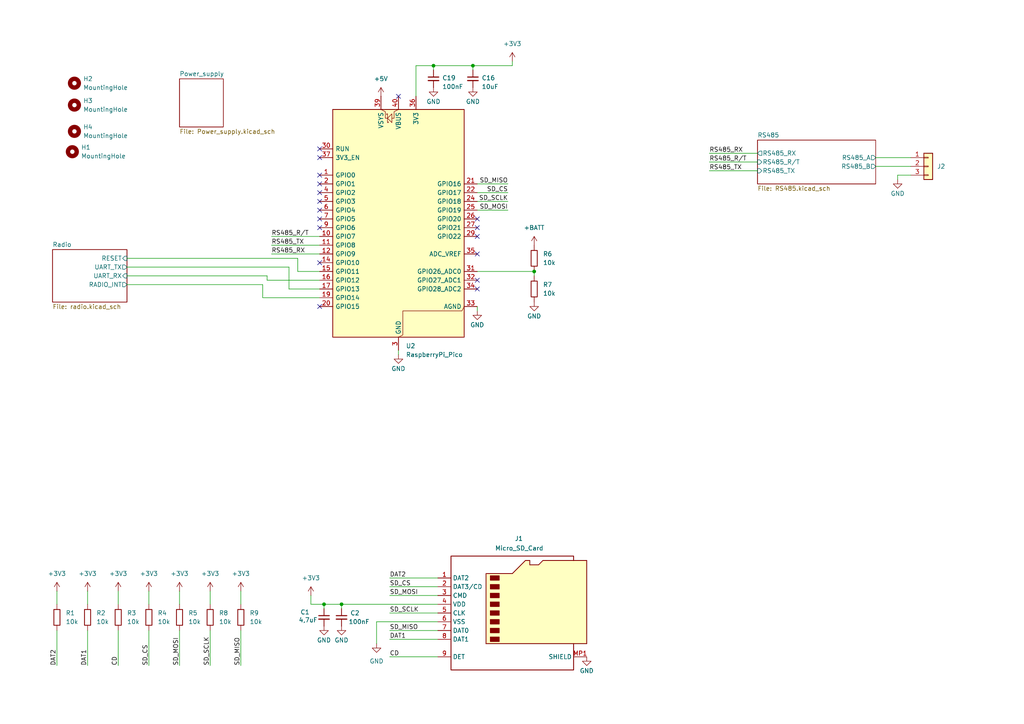
<source format=kicad_sch>
(kicad_sch (version 20250114) (generator "eeschema") (generator_version "9.0")
  (paper "A4")
  (lib_symbols
    (symbol "+5V_1" (power) (pin_numbers (hide yes)) (pin_names (offset 0) (hide yes))
      (property "Value" "+5V" (at 0 3.556 0))
      (symbol "+5V_1_0_1"
        (polyline (pts (xy -0.762 1.27) (xy 0 2.54)))
        (polyline (pts (xy 0 2.54) (xy 0.762 1.27)))
        (polyline (pts (xy 0 0) (xy 0 2.54)))
      )
      (symbol "+5V_1_1_1"
        (pin power_in line (at 0 0 90) (length 0) (name "~") (number "1"))
      )
    )
    (symbol "Connector:Micro_SD_Card_Det1"
      (property "Reference" "J4" (at 0.635 21.59 0))
      (property "Value" "Micro_SD_Card_Det1" (at 0.635 19.05 0))
      (symbol "Micro_SD_Card_Det1_0_1"
        (polyline (pts (xy -8.89 -8.89) (xy -8.89 11.43) (xy -1.27 11.43) (xy 2.54 15.24) (xy 3.81 15.24) (xy 3.81 13.97) (xy 6.35 13.97) (xy 7.62 15.24) (xy 20.32 15.24) (xy 20.32 -8.89) (xy -8.89 -8.89)) (stroke (width 0.254)) (fill (type background)))
        (rectangle (start -7.62 10.795) (end -5.08 9.525) (stroke (width 0.254)) (fill (type outline)))
        (rectangle (start -7.62 8.255) (end -5.08 6.985) (stroke (width 0.254)) (fill (type outline)))
        (rectangle (start -7.62 5.715) (end -5.08 4.445) (stroke (width 0.254)) (fill (type outline)))
        (rectangle (start -7.62 3.175) (end -5.08 1.905) (stroke (width 0.254)) (fill (type outline)))
        (rectangle (start -7.62 0.635) (end -5.08 -0.635) (stroke (width 0.254)) (fill (type outline)))
        (rectangle (start -7.62 -1.905) (end -5.08 -3.175) (stroke (width 0.254)) (fill (type outline)))
        (rectangle (start -7.62 -4.445) (end -5.08 -5.715) (stroke (width 0.254)) (fill (type outline)))
        (rectangle (start -7.62 -6.985) (end -5.08 -8.255) (stroke (width 0.254)) (fill (type outline)))
        (polyline (pts (xy 16.51 15.24) (xy 16.51 16.51) (xy -19.05 16.51) (xy -19.05 -16.51) (xy 16.51 -16.51) (xy 16.51 -8.89)) (stroke (width 0.254)))
      )
      (symbol "Micro_SD_Card_Det1_1_1"
        (pin bidirectional line (at -22.86 10.16 0) (length 3.81) (name "DAT2") (number "1"))
        (pin bidirectional line (at -22.86 7.62 0) (length 3.81) (name "DAT3/CD") (number "2"))
        (pin input line (at -22.86 5.08 0) (length 3.81) (name "CMD") (number "3"))
        (pin power_in line (at -22.86 2.54 0) (length 3.81) (name "VDD") (number "4"))
        (pin input line (at -22.86 0 0) (length 3.81) (name "CLK") (number "5"))
        (pin power_in line (at -22.86 -2.54 0) (length 3.81) (name "VSS") (number "6"))
        (pin bidirectional line (at -22.86 -5.08 0) (length 3.81) (name "DAT0") (number "7"))
        (pin bidirectional line (at -22.86 -7.62 0) (length 3.81) (name "DAT1") (number "8"))
        (pin passive line (at -22.86 -12.7 0) (length 3.81) (name "DET") (number "9"))
        (pin passive line (at 20.32 -12.7 180) (length 3.81) (name "SHIELD") (number "MP1"))
        (pin passive line (at 20.32 -12.7 180) (length 3.81) (hide yes) (name "SHIELD") (number "MP2"))
        (pin passive line (at 20.32 -12.7 180) (length 3.81) (hide yes) (name "SHIELD") (number "MP3"))
        (pin passive line (at 20.32 -12.7 180) (length 3.81) (hide yes) (name "SHIELD") (number "MP4"))
      )
    )
    (symbol "Connector_Generic:Conn_01x03" (pin_names (offset 1.016) (hide yes))
      (property "Reference" "J" (at 0 5.08 0))
      (property "Value" "Conn_01x03" (at 0 -5.08 0))
      (symbol "Conn_01x03_1_1"
        (rectangle (start -1.27 3.81) (end 1.27 -3.81) (stroke (width 0.254)) (fill (type background)))
        (rectangle (start -1.27 2.667) (end 0 2.413) (stroke (width 0.1524)))
        (rectangle (start -1.27 0.127) (end 0 -0.127) (stroke (width 0.1524)))
        (rectangle (start -1.27 -2.413) (end 0 -2.667) (stroke (width 0.1524)))
        (pin passive line (at -5.08 2.54 0) (length 3.81) (name "Pin_1") (number "1"))
        (pin passive line (at -5.08 0 0) (length 3.81) (name "Pin_2") (number "2"))
        (pin passive line (at -5.08 -2.54 0) (length 3.81) (name "Pin_3") (number "3"))
      )
    )
    (symbol "Device:C_Small" (pin_numbers (hide yes)) (pin_names (offset 0.254) (hide yes))
      (property "Reference" "C" (at 0.254 1.778 0))
      (property "Value" "C_Small" (at 0.254 -2.032 0))
      (symbol "C_Small_0_1"
        (polyline (pts (xy -1.524 0.508) (xy 1.524 0.508)) (stroke (width 0.3048)))
        (polyline (pts (xy -1.524 -0.508) (xy 1.524 -0.508)) (stroke (width 0.3302)))
      )
      (symbol "C_Small_1_1"
        (pin passive line (at 0 2.54 270) (length 2.032) (name "~") (number "1"))
        (pin passive line (at 0 -2.54 90) (length 2.032) (name "~") (number "2"))
      )
    )
    (symbol "MCU_Module:RaspberryPi_Pico" (pin_names (offset 0.762))
      (property "Reference" "A" (at -19.05 35.56 0))
      (property "Value" "RaspberryPi_Pico" (at 7.62 35.56 0))
      (symbol "RaspberryPi_Pico_0_1"
        (rectangle (start -19.05 34.29) (end 19.05 -31.75) (stroke (width 0.254)) (fill (type background)))
        (polyline (pts (xy -5.08 34.29) (xy -3.81 33.655) (xy -3.81 31.75) (xy -3.175 31.75)))
        (polyline (pts (xy -3.429 32.766) (xy -3.429 33.02) (xy -3.175 33.02) (xy -3.175 30.48) (xy -2.921 30.48) (xy -2.921 30.734)))
        (polyline (pts (xy -3.175 31.75) (xy -1.905 33.02) (xy -1.905 30.48) (xy -3.175 31.75)))
        (polyline (pts (xy 0 34.29) (xy -1.27 33.655) (xy -1.27 31.75) (xy -1.905 31.75)))
        (polyline (pts (xy 0 -31.75) (xy 1.27 -31.115) (xy 1.27 -24.13) (xy 18.415 -24.13) (xy 19.05 -22.86)))
      )
      (symbol "RaspberryPi_Pico_1_1"
        (pin passive line (at -22.86 22.86 0) (length 3.81) (name "RUN") (number "30"))
        (pin passive line (at -22.86 20.32 0) (length 3.81) (name "3V3_EN") (number "37"))
        (pin bidirectional line (at -22.86 15.24 0) (length 3.81) (name "GPIO0") (number "1"))
        (pin bidirectional line (at -22.86 12.7 0) (length 3.81) (name "GPIO1") (number "2"))
        (pin bidirectional line (at -22.86 10.16 0) (length 3.81) (name "GPIO2") (number "4"))
        (pin bidirectional line (at -22.86 7.62 0) (length 3.81) (name "GPIO3") (number "5"))
        (pin bidirectional line (at -22.86 5.08 0) (length 3.81) (name "GPIO4") (number "6"))
        (pin bidirectional line (at -22.86 2.54 0) (length 3.81) (name "GPIO5") (number "7"))
        (pin bidirectional line (at -22.86 0 0) (length 3.81) (name "GPIO6") (number "9"))
        (pin bidirectional line (at -22.86 -2.54 0) (length 3.81) (name "GPIO7") (number "10"))
        (pin bidirectional line (at -22.86 -5.08 0) (length 3.81) (name "GPIO8") (number "11"))
        (pin bidirectional line (at -22.86 -7.62 0) (length 3.81) (name "GPIO9") (number "12"))
        (pin bidirectional line (at -22.86 -10.16 0) (length 3.81) (name "GPIO10") (number "14"))
        (pin bidirectional line (at -22.86 -12.7 0) (length 3.81) (name "GPIO11") (number "15"))
        (pin bidirectional line (at -22.86 -15.24 0) (length 3.81) (name "GPIO12") (number "16"))
        (pin bidirectional line (at -22.86 -17.78 0) (length 3.81) (name "GPIO13") (number "17"))
        (pin bidirectional line (at -22.86 -20.32 0) (length 3.81) (name "GPIO14") (number "19"))
        (pin bidirectional line (at -22.86 -22.86 0) (length 3.81) (name "GPIO15") (number "20"))
        (pin power_in line (at -5.08 38.1 270) (length 3.81) (name "VSYS") (number "39"))
        (pin power_out line (at 0 38.1 270) (length 3.81) (name "VBUS") (number "40"))
        (pin passive line (at 0 -35.56 90) (length 3.81) (hide yes) (name "GND") (number "13"))
        (pin passive line (at 0 -35.56 90) (length 3.81) (hide yes) (name "GND") (number "18"))
        (pin passive line (at 0 -35.56 90) (length 3.81) (hide yes) (name "GND") (number "23"))
        (pin passive line (at 0 -35.56 90) (length 3.81) (hide yes) (name "GND") (number "28"))
        (pin power_out line (at 0 -35.56 90) (length 3.81) (name "GND") (number "3"))
        (pin passive line (at 0 -35.56 90) (length 3.81) (hide yes) (name "GND") (number "38"))
        (pin passive line (at 0 -35.56 90) (length 3.81) (hide yes) (name "GND") (number "8"))
        (pin power_out line (at 5.08 38.1 270) (length 3.81) (name "3V3") (number "36"))
        (pin bidirectional line (at 22.86 12.7 180) (length 3.81) (name "GPIO16") (number "21"))
        (pin bidirectional line (at 22.86 10.16 180) (length 3.81) (name "GPIO17") (number "22"))
        (pin bidirectional line (at 22.86 7.62 180) (length 3.81) (name "GPIO18") (number "24"))
        (pin bidirectional line (at 22.86 5.08 180) (length 3.81) (name "GPIO19") (number "25"))
        (pin bidirectional line (at 22.86 2.54 180) (length 3.81) (name "GPIO20") (number "26"))
        (pin bidirectional line (at 22.86 0 180) (length 3.81) (name "GPIO21") (number "27"))
        (pin bidirectional line (at 22.86 -2.54 180) (length 3.81) (name "GPIO22") (number "29"))
        (pin power_in line (at 22.86 -7.62 180) (length 3.81) (name "ADC_VREF") (number "35"))
        (pin bidirectional line (at 22.86 -12.7 180) (length 3.81) (name "GPIO26_ADC0") (number "31"))
        (pin bidirectional line (at 22.86 -15.24 180) (length 3.81) (name "GPIO27_ADC1") (number "32"))
        (pin bidirectional line (at 22.86 -17.78 180) (length 3.81) (name "GPIO28_ADC2") (number "34"))
        (pin power_out line (at 22.86 -22.86 180) (length 3.81) (name "AGND") (number "33"))
      )
    )
    (symbol "Mechanical:MountingHole" (pin_names (offset 1.016)) (exclude_from_sim yes) (in_bom no)
      (property "Reference" "H" (at 0 5.08 0))
      (property "Value" "MountingHole" (at 0 3.175 0))
      (symbol "MountingHole_0_1"
        (circle (center 0 0) (radius 1.27) (stroke (width 1.27)))
      )
    )
    (symbol "PCM_SL_Resistors:Resistor"
      (property "Reference" "R" (at 0 5.08 0))
      (property "Value" "Resistor" (at 0 2.54 0))
      (symbol "Resistor_0_1"
        (rectangle (start -2.286 0.889) (end 2.286 -0.889) (stroke (width 0.24)))
      )
      (symbol "Resistor_1_1"
        (pin passive line (at -3.81 0 0) (length 1.5) (name "") (number "1"))
        (pin passive line (at 3.81 0 180) (length 1.5) (name "~") (number "2"))
      )
    )
    (symbol "power:+3V3" (power) (pin_numbers (hide yes)) (pin_names (offset 0) (hide yes))
      (property "Value" "+3V3" (at 0 3.556 0))
      (symbol "+3V3_0_1"
        (polyline (pts (xy -0.762 1.27) (xy 0 2.54)))
        (polyline (pts (xy 0 2.54) (xy 0.762 1.27)))
        (polyline (pts (xy 0 0) (xy 0 2.54)))
      )
      (symbol "+3V3_1_1"
        (pin power_in line (at 0 0 90) (length 0) (name "~") (number "1"))
      )
    )
    (symbol "power:+BATT" (power) (pin_numbers (hide yes)) (pin_names (offset 0) (hide yes))
      (property "Value" "+BATT" (at 0 3.556 0))
      (symbol "+BATT_0_1"
        (polyline (pts (xy -0.762 1.27) (xy 0 2.54)))
        (polyline (pts (xy 0 2.54) (xy 0.762 1.27)))
        (polyline (pts (xy 0 0) (xy 0 2.54)))
      )
      (symbol "+BATT_1_1"
        (pin power_in line (at 0 0 90) (length 0) (name "~") (number "1"))
      )
    )
    (symbol "power:GND" (power) (pin_names (offset 0))
      (property "Value" "GND" (at 0 -3.81 0))
      (symbol "GND_0_1"
        (polyline (pts (xy 0 0) (xy 0 -1.27) (xy 1.27 -1.27) (xy 0 -2.54) (xy -1.27 -1.27) (xy 0 -1.27)))
      )
      (symbol "GND_1_1"
        (pin power_in line (at 0 0 270) (length 0) (hide yes) (name "GND") (number "1"))
      )
    )
  )
  (junction (at 125.73 19.05))
  (junction (at 137.16 19.05))
  (junction (at 99.06 175.26))
  (junction (at 154.94 78.74))
  (junction (at 93.98 175.26))
  (no_connect (at 92.71 55.88))
  (no_connect (at 138.43 68.58))
  (no_connect (at 138.43 83.82))
  (no_connect (at 92.71 53.34))
  (no_connect (at 138.43 63.5))
  (no_connect (at 92.71 58.42))
  (no_connect (at 92.71 50.8))
  (no_connect (at 92.71 60.96))
  (no_connect (at 92.71 63.5))
  (no_connect (at 138.43 66.04))
  (no_connect (at 92.71 66.04))
  (no_connect (at 138.43 81.28))
  (no_connect (at 92.71 45.72))
  (no_connect (at 115.57 27.94))
  (no_connect (at 92.71 43.18))
  (no_connect (at 92.71 76.2))
  (no_connect (at 138.43 73.66))
  (no_connect (at 92.71 88.9))
  (wire (pts (xy 76.2 86.36) (xy 92.71 86.36)))
  (wire (pts (xy 90.17 172.72) (xy 90.17 175.26)))
  (wire (pts (xy 25.4 171.45) (xy 25.4 175.26)))
  (wire (pts (xy 125.73 19.05) (xy 120.65 19.05)))
  (wire (pts (xy 115.57 102.87) (xy 115.57 101.6)))
  (wire (pts (xy 113.03 167.64) (xy 127 167.64)))
  (wire (pts (xy 113.03 172.72) (xy 127 172.72)))
  (wire (pts (xy 36.83 77.47) (xy 83.82 77.47)))
  (wire (pts (xy 264.16 50.8) (xy 260.35 50.8)))
  (wire (pts (xy 60.96 182.88) (xy 60.96 193.04)))
  (wire (pts (xy 113.03 177.8) (xy 127 177.8)))
  (wire (pts (xy 147.32 53.34) (xy 138.43 53.34)))
  (wire (pts (xy 113.03 170.18) (xy 127 170.18)))
  (wire (pts (xy 154.94 80.01) (xy 154.94 78.74)))
  (wire (pts (xy 120.65 19.05) (xy 120.65 27.94)))
  (wire (pts (xy 83.82 77.47) (xy 83.82 83.82)))
  (wire (pts (xy 69.85 193.04) (xy 69.85 182.88)))
  (wire (pts (xy 25.4 182.88) (xy 25.4 193.04)))
  (wire (pts (xy 78.74 71.12) (xy 92.71 71.12)))
  (wire (pts (xy 148.59 17.78) (xy 148.59 19.05)))
  (wire (pts (xy 138.43 55.88) (xy 147.32 55.88)))
  (wire (pts (xy 16.51 171.45) (xy 16.51 175.26)))
  (wire (pts (xy 138.43 90.17) (xy 138.43 88.9)))
  (wire (pts (xy 43.18 171.45) (xy 43.18 175.26)))
  (wire (pts (xy 205.74 44.45) (xy 219.71 44.45)))
  (wire (pts (xy 254 48.26) (xy 264.16 48.26)))
  (wire (pts (xy 60.96 171.45) (xy 60.96 175.26)))
  (wire (pts (xy 113.03 185.42) (xy 127 185.42)))
  (wire (pts (xy 113.03 182.88) (xy 127 182.88)))
  (wire (pts (xy 99.06 175.26) (xy 93.98 175.26)))
  (wire (pts (xy 76.2 82.55) (xy 76.2 86.36)))
  (wire (pts (xy 52.07 171.45) (xy 52.07 175.26)))
  (wire (pts (xy 109.22 186.69) (xy 109.22 180.34)))
  (wire (pts (xy 77.47 80.01) (xy 36.83 80.01)))
  (wire (pts (xy 138.43 58.42) (xy 147.32 58.42)))
  (wire (pts (xy 137.16 20.32) (xy 137.16 19.05)))
  (wire (pts (xy 138.43 78.74) (xy 154.94 78.74)))
  (wire (pts (xy 16.51 182.88) (xy 16.51 193.04)))
  (wire (pts (xy 148.59 19.05) (xy 137.16 19.05)))
  (wire (pts (xy 69.85 171.45) (xy 69.85 175.26)))
  (wire (pts (xy 127 175.26) (xy 99.06 175.26)))
  (wire (pts (xy 86.36 74.93) (xy 36.83 74.93)))
  (wire (pts (xy 78.74 73.66) (xy 92.71 73.66)))
  (wire (pts (xy 109.22 180.34) (xy 127 180.34)))
  (wire (pts (xy 92.71 78.74) (xy 86.36 78.74)))
  (wire (pts (xy 93.98 175.26) (xy 93.98 176.53)))
  (wire (pts (xy 260.35 50.8) (xy 260.35 52.07)))
  (wire (pts (xy 113.03 190.5) (xy 127 190.5)))
  (wire (pts (xy 125.73 19.05) (xy 137.16 19.05)))
  (wire (pts (xy 43.18 193.04) (xy 43.18 182.88)))
  (wire (pts (xy 125.73 20.32) (xy 125.73 19.05)))
  (wire (pts (xy 90.17 175.26) (xy 93.98 175.26)))
  (wire (pts (xy 254 45.72) (xy 264.16 45.72)))
  (wire (pts (xy 205.74 49.53) (xy 219.71 49.53)))
  (wire (pts (xy 86.36 78.74) (xy 86.36 74.93)))
  (wire (pts (xy 83.82 83.82) (xy 92.71 83.82)))
  (wire (pts (xy 205.74 46.99) (xy 219.71 46.99)))
  (wire (pts (xy 99.06 175.26) (xy 99.06 176.53)))
  (wire (pts (xy 138.43 60.96) (xy 147.32 60.96)))
  (wire (pts (xy 52.07 182.88) (xy 52.07 193.04)))
  (wire (pts (xy 92.71 81.28) (xy 77.47 81.28)))
  (wire (pts (xy 77.47 81.28) (xy 77.47 80.01)))
  (wire (pts (xy 34.29 182.88) (xy 34.29 193.04)))
  (wire (pts (xy 34.29 171.45) (xy 34.29 175.26)))
  (wire (pts (xy 78.74 68.58) (xy 92.71 68.58)))
  (wire (pts (xy 36.83 82.55) (xy 76.2 82.55)))
  (label "SD_CS" (at 147.32 55.88 180))
  (label "RS485_R{slash}T" (at 78.74 68.58 0))
  (label "CD" (at 34.29 193.04 90))
  (label "SD_MOSI" (at 147.32 60.96 180))
  (label "DAT1" (at 113.03 185.42 0))
  (label "SD_MISO" (at 69.85 193.04 90))
  (label "RS485_R{slash}T" (at 205.74 46.99 0))
  (label "RS485_TX" (at 205.74 49.53 0))
  (label "SD_CS" (at 43.18 193.04 90))
  (label "SD_MOSI" (at 52.07 193.04 90))
  (label "SD_CS" (at 113.03 170.18 0))
  (label "SD_SCLK" (at 113.03 177.8 0))
  (label "SD_MISO" (at 147.32 53.34 180))
  (label "SD_SCLK" (at 147.32 58.42 180))
  (label "DAT1" (at 25.4 193.04 90))
  (label "SD_MOSI" (at 113.03 172.72 0))
  (label "DAT2" (at 113.03 167.64 0))
  (label "RS485_RX" (at 205.74 44.45 0))
  (label "DAT2" (at 16.51 193.04 90))
  (label "RS485_TX" (at 78.74 71.12 0))
  (label "CD" (at 113.03 190.5 0))
  (label "SD_SCLK" (at 60.96 193.04 90))
  (label "RS485_RX" (at 78.74 73.66 0))
  (label "SD_MISO" (at 113.03 182.88 0))
  (symbol (lib_id "power:GND") (at 137.16 25.4 0) (unit 1)
    (property "Reference" "#PWR054" (effects (hide yes)))
    (property "Value" "GND" (at 137.16 29.464 0))
    (property "Description" "Power symbol creates a global label with name \"GND\" , ground" (effects (hide yes)))
  )
  (symbol (lib_id "power:GND") (at 115.57 102.87 0) (unit 1)
    (property "Reference" "#PWR06" (effects (hide yes)))
    (property "Value" "GND" (at 117.602 106.934 0) (effects (justify right)))
    (property "Description" "Power symbol creates a global label with name \"GND\" , ground" (effects (hide yes)))
  )
  (symbol (lib_id "Mechanical:MountingHole") (at 21.59 24.13 0) (unit 1) (exclude_from_sim yes) (in_bom no)
    (property "Reference" "H2" (at 24.13 22.8599 0) (effects (justify left)))
    (property "Value" "MountingHole" (at 24.13 25.3999 0) (effects (justify left)))
    (property "Footprint" "MountingHole:MountingHole_3.2mm_M3" (effects (hide yes)))
    (property "Description" "Mounting Hole without connection" (effects (hide yes)))
  )
  (symbol (lib_id "Mechanical:MountingHole") (at 21.59 30.48 0) (unit 1) (exclude_from_sim yes) (in_bom no)
    (property "Reference" "H3" (at 24.13 29.2099 0) (effects (justify left)))
    (property "Value" "MountingHole" (at 24.13 31.7499 0) (effects (justify left)))
    (property "Footprint" "MountingHole:MountingHole_3.2mm_M3" (effects (hide yes)))
    (property "Description" "Mounting Hole without connection" (effects (hide yes)))
  )
  (symbol (lib_id "Connector:Micro_SD_Card_Det1") (at 149.86 177.8 0) (unit 1)
    (property "Reference" "J1" (at 150.495 156.21 0))
    (property "Value" "Micro_SD_Card" (at 150.622 159.004 0))
    (property "Footprint" "footprint_lib:MCSPQ08ASGTR" (effects (hide yes)))
    (property "Datasheet" "https://www.tme.eu/pl/details/mcsp-q-08-a-sg/zlacza-do-kart/adam-tech/mcsp-q-08-a-sg-t-r/" (effects (hide yes)))
    (property "Description" "MCSP-Q-08-A-SG-T/R" (effects (hide yes)))
  )
  (symbol (lib_id "PCM_SL_Resistors:Resistor") (at 52.07 179.07 90) (unit 1)
    (property "Reference" "R5" (at 54.61 177.7999 90) (effects (justify right)))
    (property "Value" "10k" (at 54.61 180.3399 90) (effects (justify right)))
    (property "Footprint" "Resistor_SMD:R_0603_1608Metric_Pad0.98x0.95mm_HandSolder" (effects (hide yes)))
    (property "Description" "1/4W Resistor" (effects (hide yes)))
    (property "LCSC" "C25804" (effects (hide yes)))
  )
  (symbol (lib_id "PCM_SL_Resistors:Resistor") (at 60.96 179.07 90) (unit 1)
    (property "Reference" "R8" (at 63.5 177.7999 90) (effects (justify right)))
    (property "Value" "10k" (at 63.5 180.3399 90) (effects (justify right)))
    (property "Footprint" "Resistor_SMD:R_0603_1608Metric_Pad0.98x0.95mm_HandSolder" (effects (hide yes)))
    (property "Description" "1/4W Resistor" (effects (hide yes)))
    (property "LCSC" "C25804" (effects (hide yes)))
  )
  (symbol (lib_id "power:GND") (at 260.35 52.07 0) (unit 1)
    (property "Reference" "#PWR017" (effects (hide yes)))
    (property "Value" "GND" (at 260.35 56.134 0))
    (property "Description" "Power symbol creates a global label with name \"GND\" , ground" (effects (hide yes)))
  )
  (symbol (lib_id "PCM_SL_Resistors:Resistor") (at 154.94 74.93 90) (unit 1)
    (property "Reference" "R6" (at 157.48 73.6599 90) (effects (justify right)))
    (property "Value" "10k" (at 157.48 76.1999 90) (effects (justify right)))
    (property "Footprint" "Resistor_SMD:R_0603_1608Metric_Pad0.98x0.95mm_HandSolder" (effects (hide yes)))
    (property "Description" "1/4W Resistor" (effects (hide yes)))
    (property "LCSC" "C25804" (effects (hide yes)))
  )
  (symbol (lib_id "Device:C_Small") (at 125.73 22.86 0) (unit 1)
    (property "Reference" "C19" (at 128.27 22.606 0) (effects (justify left)))
    (property "Value" "100nF" (at 128.27 25.146 0) (effects (justify left)))
    (property "Footprint" "Capacitor_SMD:C_0603_1608Metric_Pad1.08x0.95mm_HandSolder" (effects (hide yes)))
    (property "Description" "Unpolarized capacitor, small symbol" (effects (hide yes)))
  )
  (symbol (lib_name "+5V_1") (lib_id "power:+5V") (at 110.49 27.94 0) (unit 1)
    (property "Reference" "#PWR039" (effects (hide yes)))
    (property "Value" "+5V" (at 110.49 22.86 0))
    (property "Description" "Power symbol creates a global label with name \"+5V\"" (effects (hide yes)))
  )
  (symbol (lib_id "power:GND") (at 170.18 190.5 0) (unit 1)
    (property "Reference" "#PWR016" (effects (hide yes)))
    (property "Value" "GND" (at 172.212 194.564 0) (effects (justify right)))
    (property "Description" "Power symbol creates a global label with name \"GND\" , ground" (effects (hide yes)))
  )
  (symbol (lib_id "Device:C_Small") (at 99.06 179.07 0) (unit 1)
    (property "Reference" "C2" (at 101.6 177.8062 0) (effects (justify left)))
    (property "Value" "100nF" (at 101.092 180.34 0) (effects (justify left)))
    (property "Footprint" "Capacitor_SMD:C_0603_1608Metric_Pad1.08x0.95mm_HandSolder" (effects (hide yes)))
    (property "Description" "Unpolarized capacitor, small symbol" (effects (hide yes)))
    (property "LCSC" "C14663" (effects (hide yes)))
  )
  (symbol (lib_id "PCM_SL_Resistors:Resistor") (at 154.94 83.82 90) (unit 1)
    (property "Reference" "R7" (at 157.48 82.5499 90) (effects (justify right)))
    (property "Value" "10k" (at 157.48 85.0899 90) (effects (justify right)))
    (property "Footprint" "Resistor_SMD:R_0603_1608Metric_Pad0.98x0.95mm_HandSolder" (effects (hide yes)))
    (property "Description" "1/4W Resistor" (effects (hide yes)))
    (property "LCSC" "C25804" (effects (hide yes)))
  )
  (symbol (lib_id "power:+3V3") (at 52.07 171.45 0) (unit 1)
    (property "Reference" "#PWR011" (effects (hide yes)))
    (property "Value" "+3V3" (at 52.07 166.37 0))
    (property "Description" "Power symbol creates a global label with name \"+3V3\"" (effects (hide yes)))
  )
  (symbol (lib_id "PCM_SL_Resistors:Resistor") (at 25.4 179.07 90) (unit 1)
    (property "Reference" "R2" (at 27.94 177.7999 90) (effects (justify right)))
    (property "Value" "10k" (at 27.94 180.3399 90) (effects (justify right)))
    (property "Footprint" "Resistor_SMD:R_0603_1608Metric_Pad0.98x0.95mm_HandSolder" (effects (hide yes)))
    (property "Description" "1/4W Resistor" (effects (hide yes)))
    (property "LCSC" "C25804" (effects (hide yes)))
  )
  (symbol (lib_id "PCM_SL_Resistors:Resistor") (at 43.18 179.07 90) (unit 1)
    (property "Reference" "R4" (at 45.72 177.7999 90) (effects (justify right)))
    (property "Value" "10k" (at 45.72 180.3399 90) (effects (justify right)))
    (property "Footprint" "Resistor_SMD:R_0603_1608Metric_Pad0.98x0.95mm_HandSolder" (effects (hide yes)))
    (property "Description" "1/4W Resistor" (effects (hide yes)))
    (property "LCSC" "C25804" (effects (hide yes)))
  )
  (symbol (lib_id "power:+3V3") (at 69.85 171.45 0) (unit 1)
    (property "Reference" "#PWR015" (effects (hide yes)))
    (property "Value" "+3V3" (at 69.85 166.37 0))
    (property "Description" "Power symbol creates a global label with name \"+3V3\"" (effects (hide yes)))
  )
  (symbol (lib_id "power:GND") (at 99.06 181.61 0) (unit 1)
    (property "Reference" "#PWR03" (effects (hide yes)))
    (property "Value" "GND" (at 101.092 185.674 0) (effects (justify right)))
    (property "Description" "Power symbol creates a global label with name \"GND\" , ground" (effects (hide yes)))
  )
  (symbol (lib_id "MCU_Module:RaspberryPi_Pico") (at 115.57 66.04 0) (unit 1)
    (property "Reference" "U2" (at 117.7133 100.33 0) (effects (justify left)))
    (property "Value" "RaspberryPi_Pico" (at 117.7133 102.87 0) (effects (justify left)))
    (property "Footprint" "Module:RaspberryPi_Pico_Common_Unspecified" (effects (hide yes)))
    (property "Datasheet" "https://datasheets.raspberrypi.com/pico/pico-datasheet.pdf" (effects (hide yes)))
    (property "Description" "Versatile and inexpensive microcontroller module powered by RP2040 dual-core Arm Cortex-M0+ processor up to 133 MHz, 264kB SRAM, 2MB QSPI flash; also supports Raspberry Pi Pico 2" (effects (hide yes)))
  )
  (symbol (lib_id "Mechanical:MountingHole") (at 21.59 38.1 0) (unit 1) (exclude_from_sim yes) (in_bom no)
    (property "Reference" "H4" (at 24.13 36.8299 0) (effects (justify left)))
    (property "Value" "MountingHole" (at 24.13 39.3699 0) (effects (justify left)))
    (property "Footprint" "MountingHole:MountingHole_3.2mm_M3" (effects (hide yes)))
    (property "Description" "Mounting Hole without connection" (effects (hide yes)))
  )
  (symbol (lib_id "Connector_Generic:Conn_01x03") (at 269.24 48.26 0) (unit 1)
    (property "Reference" "J2" (at 271.78 48.2599 0) (effects (justify left)))
    (property "Value" "Conn_01x03" (effects (hide yes)))
    (property "Footprint" "Connector_PinHeader_2.54mm:PinHeader_1x03_P2.54mm_Horizontal" (effects (hide yes)))
    (property "Description" "Generic connector, single row, 01x03, script generated (kicad-library-utils/schlib/autogen/connector/)" (effects (hide yes)))
  )
  (symbol (lib_id "PCM_SL_Resistors:Resistor") (at 16.51 179.07 90) (unit 1)
    (property "Reference" "R1" (at 19.05 177.7999 90) (effects (justify right)))
    (property "Value" "10k" (at 19.05 180.3399 90) (effects (justify right)))
    (property "Footprint" "Resistor_SMD:R_0603_1608Metric_Pad0.98x0.95mm_HandSolder" (effects (hide yes)))
    (property "Description" "1/4W Resistor" (effects (hide yes)))
    (property "LCSC" "C25804" (effects (hide yes)))
  )
  (symbol (lib_id "power:GND") (at 125.73 25.4 0) (unit 1)
    (property "Reference" "#PWR055" (effects (hide yes)))
    (property "Value" "GND" (at 125.73 29.464 0))
    (property "Description" "Power symbol creates a global label with name \"GND\" , ground" (effects (hide yes)))
  )
  (symbol (lib_id "power:+BATT") (at 154.94 71.12 0) (unit 1)
    (property "Reference" "#PWR012" (effects (hide yes)))
    (property "Value" "+BATT" (at 154.94 66.04 0))
    (property "Description" "Power symbol creates a global label with name \"+BATT\"" (effects (hide yes)))
  )
  (symbol (lib_id "power:GND") (at 93.98 181.61 0) (unit 1)
    (property "Reference" "#PWR02" (effects (hide yes)))
    (property "Value" "GND" (at 96.012 185.674 0) (effects (justify right)))
    (property "Description" "Power symbol creates a global label with name \"GND\" , ground" (effects (hide yes)))
  )
  (symbol (lib_id "Device:C_Small") (at 93.98 179.07 0) (unit 1)
    (property "Reference" "C1" (at 87.122 177.546 0) (effects (justify left)))
    (property "Value" "4,7uF" (at 86.614 179.832 0) (effects (justify left)))
    (property "Footprint" "Capacitor_SMD:C_0603_1608Metric_Pad1.08x0.95mm_HandSolder" (effects (hide yes)))
    (property "Description" "Unpolarized capacitor, small symbol" (effects (hide yes)))
    (property "LCSC" "C19666" (effects (hide yes)))
  )
  (symbol (lib_id "power:+3V3") (at 148.59 17.78 0) (unit 1)
    (property "Reference" "#PWR053" (effects (hide yes)))
    (property "Value" "+3V3" (at 148.59 12.7 0))
    (property "Description" "Power symbol creates a global label with name \"+3V3\"" (effects (hide yes)))
  )
  (symbol (lib_id "power:GND") (at 138.43 90.17 0) (unit 1)
    (property "Reference" "#PWR010" (effects (hide yes)))
    (property "Value" "GND" (at 140.462 94.234 0) (effects (justify right)))
    (property "Description" "Power symbol creates a global label with name \"GND\" , ground" (effects (hide yes)))
  )
  (symbol (lib_id "Device:C_Small") (at 137.16 22.86 0) (unit 1)
    (property "Reference" "C16" (at 139.7 22.606 0) (effects (justify left)))
    (property "Value" "10uF" (at 139.7 25.146 0) (effects (justify left)))
    (property "Footprint" "Capacitor_SMD:C_0603_1608Metric_Pad1.08x0.95mm_HandSolder" (effects (hide yes)))
    (property "Description" "Unpolarized capacitor, small symbol" (effects (hide yes)))
  )
  (symbol (lib_id "power:+3V3") (at 90.17 172.72 0) (unit 1)
    (property "Reference" "#PWR01" (effects (hide yes)))
    (property "Value" "+3V3" (at 90.17 167.64 0))
    (property "Description" "Power symbol creates a global label with name \"+3V3\"" (effects (hide yes)))
  )
  (symbol (lib_id "PCM_SL_Resistors:Resistor") (at 34.29 179.07 90) (unit 1)
    (property "Reference" "R3" (at 36.83 177.7999 90) (effects (justify right)))
    (property "Value" "10k" (at 36.83 180.3399 90) (effects (justify right)))
    (property "Footprint" "Resistor_SMD:R_0603_1608Metric_Pad0.98x0.95mm_HandSolder" (effects (hide yes)))
    (property "Description" "1/4W Resistor" (effects (hide yes)))
    (property "LCSC" "C25804" (effects (hide yes)))
  )
  (symbol (lib_id "power:+3V3") (at 60.96 171.45 0) (unit 1)
    (property "Reference" "#PWR014" (effects (hide yes)))
    (property "Value" "+3V3" (at 60.96 166.37 0))
    (property "Description" "Power symbol creates a global label with name \"+3V3\"" (effects (hide yes)))
  )
  (symbol (lib_id "power:GND") (at 109.22 186.69 0) (unit 1)
    (property "Reference" "#PWR05" (effects (hide yes)))
    (property "Value" "GND" (at 109.22 191.77 0))
    (property "Description" "Power symbol creates a global label with name \"GND\" , ground" (effects (hide yes)))
  )
  (symbol (lib_id "power:GND") (at 154.94 87.63 0) (unit 1)
    (property "Reference" "#PWR013" (effects (hide yes)))
    (property "Value" "GND" (at 156.972 91.694 0) (effects (justify right)))
    (property "Description" "Power symbol creates a global label with name \"GND\" , ground" (effects (hide yes)))
  )
  (symbol (lib_id "power:+3V3") (at 25.4 171.45 0) (unit 1)
    (property "Reference" "#PWR07" (effects (hide yes)))
    (property "Value" "+3V3" (at 25.4 166.37 0))
    (property "Description" "Power symbol creates a global label with name \"+3V3\"" (effects (hide yes)))
  )
  (symbol (lib_id "power:+3V3") (at 34.29 171.45 0) (unit 1)
    (property "Reference" "#PWR08" (effects (hide yes)))
    (property "Value" "+3V3" (at 34.29 166.37 0))
    (property "Description" "Power symbol creates a global label with name \"+3V3\"" (effects (hide yes)))
  )
  (symbol (lib_id "Mechanical:MountingHole") (at 20.9834 44.0031 0) (unit 1) (exclude_from_sim yes) (in_bom no)
    (property "Reference" "H1" (at 23.5234 42.733 0) (effects (justify left)))
    (property "Value" "MountingHole" (at 23.5234 45.273 0) (effects (justify left)))
    (property "Footprint" "MountingHole:MountingHole_3.2mm_M3" (effects (hide yes)))
    (property "Description" "Mounting Hole without connection" (effects (hide yes)))
  )
  (symbol (lib_id "power:+3V3") (at 43.18 171.45 0) (unit 1)
    (property "Reference" "#PWR09" (effects (hide yes)))
    (property "Value" "+3V3" (at 43.18 166.37 0))
    (property "Description" "Power symbol creates a global label with name \"+3V3\"" (effects (hide yes)))
  )
  (symbol (lib_id "PCM_SL_Resistors:Resistor") (at 69.85 179.07 90) (unit 1)
    (property "Reference" "R9" (at 72.39 177.7999 90) (effects (justify right)))
    (property "Value" "10k" (at 72.39 180.3399 90) (effects (justify right)))
    (property "Footprint" "Resistor_SMD:R_0603_1608Metric_Pad0.98x0.95mm_HandSolder" (effects (hide yes)))
    (property "Description" "1/4W Resistor" (effects (hide yes)))
    (property "LCSC" "C25804" (effects (hide yes)))
  )
  (symbol (lib_id "power:+3V3") (at 16.51 171.45 0) (unit 1)
    (property "Reference" "#PWR04" (effects (hide yes)))
    (property "Value" "+3V3" (at 16.51 166.37 0))
    (property "Description" "Power symbol creates a global label with name \"+3V3\"" (effects (hide yes)))
  )
  (sheet (at 15.24 72.39) (size 21.59 15.24) (stroke (width 0.1524))
    (property "Sheetname" "Radio" (at 15.24 71.6784 0) (effects (justify left bottom)))
    (property "Sheetfile" "radio.kicad_sch" (at 15.24 88.2146 0) (effects (justify left top)))
    (pin "RESET" input (at 36.83 74.93 0))
    (pin "UART_TX" output (at 36.83 77.47 0))
    (pin "UART_RX" input (at 36.83 80.01 0))
    (pin "RADIO_INT" output (at 36.83 82.55 0))
  )
  (sheet (at 52.07 22.86) (size 12.7 13.97) (stroke (width 0.1524))
    (property "Sheetname" "Power_supply" (at 52.07 22.1484 0) (effects (justify left bottom)))
    (property "Sheetfile" "Power_supply.kicad_sch" (at 52.07 37.4146 0) (effects (justify left top)))
  )
  (sheet (at 219.71 40.64) (size 34.29 12.7) (stroke (width 0.1524))
    (property "Sheetname" "RS485" (at 219.71 39.9284 0) (effects (justify left bottom)))
    (property "Sheetfile" "RS485.kicad_sch" (at 219.71 53.9246 0) (effects (justify left top)))
    (pin "RS485_A" output (at 254 45.72 0))
    (pin "RS485_RX" output (at 219.71 44.45 180))
    (pin "RS485_R{slash}T" input (at 219.71 46.99 180))
    (pin "RS485_B" output (at 254 48.26 0))
    (pin "RS485_TX" input (at 219.71 49.53 180))
  )
)
</source>
